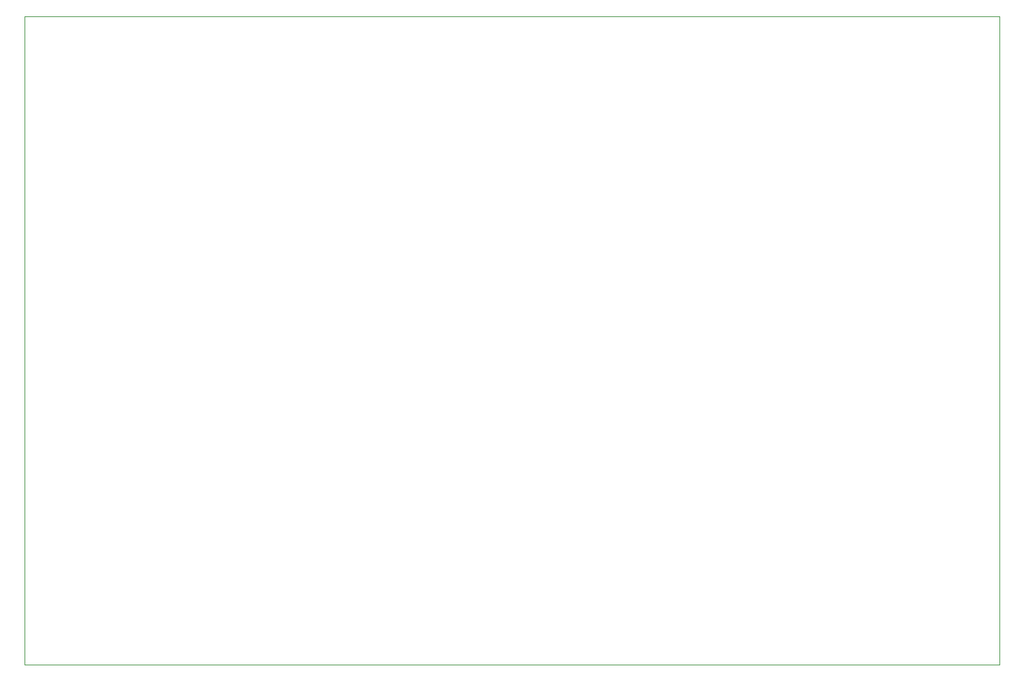
<source format=gbr>
%TF.GenerationSoftware,KiCad,Pcbnew,8.0.5*%
%TF.CreationDate,2024-10-09T14:13:09+02:00*%
%TF.ProjectId,ElectronicVdP,456c6563-7472-46f6-9e69-635664502e6b,v 1.0*%
%TF.SameCoordinates,Original*%
%TF.FileFunction,Profile,NP*%
%FSLAX46Y46*%
G04 Gerber Fmt 4.6, Leading zero omitted, Abs format (unit mm)*
G04 Created by KiCad (PCBNEW 8.0.5) date 2024-10-09 14:13:09*
%MOMM*%
%LPD*%
G01*
G04 APERTURE LIST*
%TA.AperFunction,Profile*%
%ADD10C,0.100000*%
%TD*%
G04 APERTURE END LIST*
D10*
X47410000Y-76160000D02*
X168430000Y-76160000D01*
X168430000Y-156615000D01*
X47410000Y-156615000D01*
X47410000Y-76160000D01*
M02*

</source>
